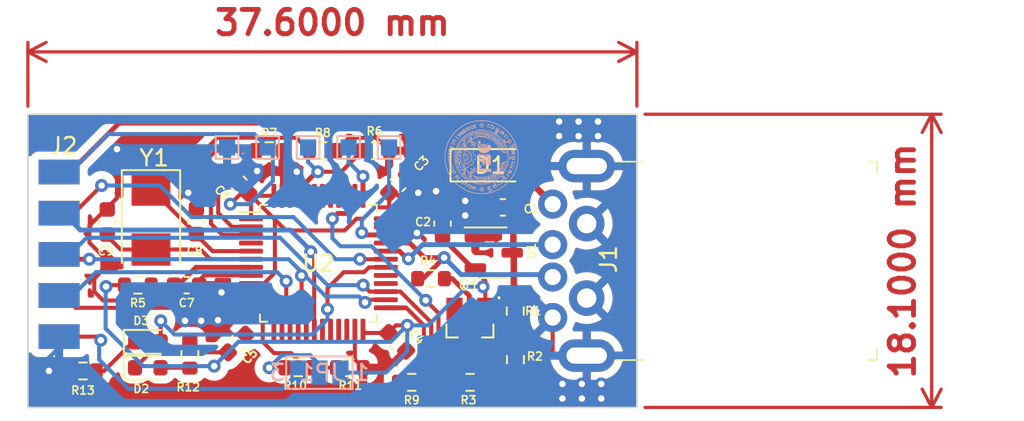
<source format=kicad_pcb>
(kicad_pcb (version 20221018) (generator pcbnew)
  (layers (0 "F.Cu" signal) (31 "B.Cu" signal) (34 "B.Paste" user) (35 "F.Paste" user) (36 "B.SilkS" user "B.Silkscreen") (37 "F.SilkS" user "F.Silkscreen") (38 "B.Mask" user) (39 "F.Mask" user) (44 "Edge.Cuts" user))
  (net 0 "")
  (net 1 "+5V")
  (net 2 "GND")
  (net 3 "+3V3")
  (net 4 "Net-(U2-NRST)")
  (net 5 "Net-(U2-PD0)")
  (net 6 "Net-(U2-PD1)")
  (net 7 "VBUS")
  (net 8 "LED")
  (net 9 "Net-(D2-A)")
  (net 10 "D+")
  (net 11 "D-")
  (net 12 "T_PWR")
  (net 13 "T_CLK")
  (net 14 "T_DIO")
  (net 15 "T_SWO")
  (net 16 "T_RST")
  (net 17 "T_TX")
  (net 18 "T_RX")
  (net 19 "Net-(JP1-C)")
  (net 20 "Net-(Q1-E)")
  (net 21 "Net-(Q1-B)")
  (net 22 "RENUM")
  (net 23 "BOOT0")
  (net 24 "Net-(U2-PC13)")
  (net 25 "Net-(U2-PC14)")
  (net 26 "Net-(U2-PB12)")
  (net 27 "Net-(U2-PA0)")
  (net 39 "DIO")
  (net 40 "CLK")
  (net 48 "Net-(D3-K)")
  (footprint "Resistor_SMD:R_0603_1608Metric" (layer "F.Cu") (at 158.675 80.5)
    (fp_text reference "R6")
    (fp_text value "100k" hide)
  )
  (footprint "USB_male:USB_Male_A_UP2-AH-1-TH" (layer "F.Cu") (at 171.7 87.3 90)
    (fp_text reference "J1")
    (fp_text value "USB_A" hide)
  )
  (footprint "Resistor_SMD:R_0603_1608Metric" (layer "F.Cu") (at 147.2 93.1 -90)
    (fp_text reference "R12")
    (fp_text value "220R" hide)
  )
  (footprint "LED_SMD:LED_0603_1608Metric" (layer "F.Cu") (at 144.6125 92.3)
    (fp_text reference "D3")
    (fp_text value "Red" hide)
  )
  (footprint "Capacitor_SMD:C_0603_1608Metric" (layer "F.Cu") (at 150.251992 82.551992 135)
    (fp_text reference "C6")
    (fp_text value "100nF" hide)
  )
  (footprint "Capacitor_SMD:C_0603_1608Metric" (layer "F.Cu") (at 160.051992 82.548008 45)
    (fp_text reference "C3")
    (fp_text value "100nF" hide)
  )
  (footprint "Resistor_SMD:R_0603_1608Metric" (layer "F.Cu") (at 140.6 94.1 180)
    (fp_text reference "R13")
    (fp_text value "220R" hide)
  )
  (footprint "Resistor_SMD:R_0603_1608Metric" (layer "F.Cu") (at 162.09 88.4 180)
    (fp_text reference "R4")
    (fp_text value "1k5" hide)
  )
  (footprint "Resistor_SMD:R_0603_1608Metric" (layer "F.Cu") (at 167.3 93.4 -90)
    (fp_text reference "R2")
    (fp_text value "39k" hide)
  )
  (footprint "Crystal:Crystal_SMD_5032-2Pin_5.0x3.2mm" (layer "F.Cu") (at 144.8 84.75 -90)
    (fp_text reference "Y1")
    (fp_text value "8Mhz" hide)
  )
  (footprint "Resistor_SMD:R_0603_1608Metric" (layer "F.Cu") (at 164.5 94.8 180)
    (fp_text reference "R3")
    (fp_text value "100R" hide)
  )
  (footprint "Resistor_SMD:R_0603_1608Metric" (layer "F.Cu") (at 153.89 93.9)
    (fp_text reference "R10")
    (fp_text value "4K7" hide)
  )
  (footprint "Capacitor_SMD:C_0603_1608Metric" (layer "F.Cu") (at 147 88.8)
    (fp_text reference "C7")
    (fp_text value "100nF" hide)
  )
  (footprint "Capacitor_SMD:C_0603_1608Metric" (layer "F.Cu") (at 142.1 84.9 90)
    (fp_text reference "C9")
    (fp_text value "20pF" hide)
  )
  (footprint "Diode_SMD:D_SOD-123" (layer "F.Cu") (at 165.65 81.4)
    (fp_text reference "D1")
    (fp_text value "D_Schottky" hide)
  )
  (footprint "Resistor_SMD:R_0603_1608Metric" (layer "F.Cu") (at 160.9 94.8 180)
    (fp_text reference "R9")
    (fp_text value "100R" hide)
  )
  (footprint "Resistor_SMD:R_0603_1608Metric" (layer "F.Cu") (at 167.29 90.4 -90)
    (fp_text reference "R1")
    (fp_text value "10k" hide)
  )
  (footprint "Capacitor_SMD:C_0603_1608Metric" (layer "F.Cu") (at 166.525 84 180)
    (fp_text reference "C1")
    (fp_text value "10uF" hide)
  )
  (footprint "Capacitor_SMD:C_0603_1608Metric" (layer "F.Cu") (at 160 92.3 -45)
    (fp_text reference "C4")
    (fp_text value "100nF" hide)
  )
  (footprint "Resistor_SMD:R_0603_1608Metric" (layer "F.Cu") (at 157.075 93.9)
    (fp_text reference "R11")
    (fp_text value "4K7" hide)
  )
  (footprint "S9013:SOT95P240X120-3N" (layer "F.Cu") (at 164.49 91.38 180)
    (fp_text reference "Q1")
    (fp_text value "S9013" hide)
  )
  (footprint "IDC_EDGE:IDC_EDGE" (layer "F.Cu") (at 137.855 86.9 180)
    (fp_text reference "J2")
    (fp_text value "Conn_02x05_Odd_Even" hide)
  )
  (footprint "Resistor_SMD:R_0603_1608Metric" (layer "F.Cu") (at 143.99 88.8)
    (fp_text reference "R5")
    (fp_text value "100k" hide)
  )
  (footprint "Resistor_SMD:R_0603_1608Metric" (layer "F.Cu") (at 152.1 80.5)
    (fp_text reference "R7")
    (fp_text value "10K" hide)
  )
  (footprint "Package_QFP:LQFP-48_7x7mm_P0.5mm" (layer "F.Cu") (at 155.1375 87.45)
    (fp_text reference "U2")
    (fp_text value "STM32F103CBTx" hide)
  )
  (footprint "Package_TO_SOT_SMD:SOT-23-3" (layer "F.Cu") (at 165.9625 86.8)
    (fp_text reference "U1")
    (fp_text value "XC6206P332MR" hide)
  )
  (footprint "Resistor_SMD:R_0603_1608Metric" (layer "F.Cu") (at 155.4 80.5)
    (fp_text reference "R8")
    (fp_text value "DNP" hide)
  )
  (footprint "Capacitor_SMD:C_0603_1608Metric" (layer "F.Cu") (at 162.8 85 90)
    (fp_text reference "C2")
    (fp_text value "10uF" hide)
  )
  (footprint "Capacitor_SMD:C_0603_1608Metric" (layer "F.Cu") (at 150.1 92.4 45)
    (fp_text reference "C5")
    (fp_text value "100nF" hide)
  )
  (footprint "LED_SMD:LED_0603_1608Metric" (layer "F.Cu") (at 144.6 93.9)
    (fp_text reference "D2")
    (fp_text value "Blue" hide)
  )
  (footprint "Capacitor_SMD:C_0603_1608Metric" (layer "F.Cu") (at 147.6 84.875 90)
    (fp_text reference "C8")
    (fp_text value "20pF" hide)
  )
  (footprint "TestPoint:TestPoint_Pad_1.0x1.0mm" (layer "B.Cu") (at 149.5 80.3 90)
    (fp_text reference "TP5" hide)
    (fp_text value "TestPoint" hide)
  )
  (footprint "TestPoint:TestPoint_Pad_1.0x1.0mm" (layer "B.Cu") (at 157 80.3 90)
    (fp_text reference "TP3" hide)
    (fp_text value "TestPoint" hide)
  )
  (footprint "Jumper:SolderJumper-3_P1.3mm_Open_Pad1.0x1.5mm_NumberLabels" (layer "B.Cu") (at 155.2 94.2 180)
    (fp_text reference "JP1")
    (fp_text value "SolderJumper_3_Bridged12" hide)
  )
  (footprint "TestPoint:TestPoint_Pad_1.0x1.0mm" (layer "B.Cu") (at 154.5 80.3 90)
    (fp_text reference "TP4" hide)
    (fp_text value "TestPoint" hide)
  )
  (footprint "TestPoint:TestPoint_Pad_1.0x1.0mm" (layer "B.Cu") (at 159.5 80.3 90)
    (fp_text reference "TP2" hide)
    (fp_text value "TestPoint" hide)
  )
  (footprint "ITC:logo_itc" (layer "B.Cu") (at 165.2 80.9 90)
    (fp_text reference "G***" hide)
    (fp_text value "LOGO" hide)
  )
  (footprint "TestPoint:TestPoint_Pad_1.0x1.0mm" (layer "B.Cu") (at 152 80.3 180)
    (fp_text reference "TP1" hide)
    (fp_text value "TestPoint" hide)
  )
  (gr_rect (start 137.2 78.25) (end 174.8 96.35) (stroke (width 0.1)) (fill none) (layer "Edge.Cuts"))
  (dimension (type aligned) (layer "F.Cu") (pts (xy 174.8 78.25) (xy 174.8 96.35)) (height -18.2) (gr_text "18.1000 mm" (at 191.2 87.3 90) (layer "F.Cu") (effects (font (size 1.5 1.5) (thickness 0.3)))) (format (prefix "") (suffix "") (units 3) (units_format 1) (precision 4)) (style (thickness 0.2) (arrow_length 1.27) (text_position_mode 0) (extension_height 0.58642) (extension_offset 0.5) keep_text_aligned))
  (dimension (type aligned) (layer "F.Cu") (pts (xy 174.8 78.25) (xy 137.2 78.25)) (height 3.85) (gr_text "37.6000 mm" (at 156 72.6) (layer "F.Cu") (effects (font (size 1.5 1.5) (thickness 0.3)))) (format (prefix "") (suffix "") (units 3) (units_format 1) (precision 4)) (style (thickness 0.2) (arrow_length 1.27) (text_position_mode 0) (extension_height 0.58642) (extension_offset 0.5) keep_text_aligned))
  (segment (start 167.175 83.475) (end 167.175 86.5625) (width 0.4) (layer "F.Cu") (net 1))
  (segment (start 167.175 86.5625) (end 167.1 86.6375) (width 0.4) (layer "F.Cu") (net 1))
  (segment (start 164 81.55) (end 164 82.5) (width 0.4) (layer "F.Cu") (net 1))
  (segment (start 167.1 86.8) (end 167.2 86.9) (width 0.4) (layer "F.Cu") (net 1))
  (segment (start 164 82.5) (end 164.4 82.9) (width 0.4) (layer "F.Cu") (net 1))
  (segment (start 142.82 78.8) (end 139.6 82.02) (width 0.3) (layer "F.Cu") (net 1))
  (segment (start 167.2 89.35) (end 167.3 89.45) (width 0.4) (layer "F.Cu") (net 1))
  (segment (start 167.2 86.9) (end 167.2 89.35) (width 0.4) (layer "F.Cu") (net 1))
  (segment (start 166.6 82.9) (end 167.175 83.475) (width 0.4) (layer "F.Cu") (net 1))
  (segment (start 164.4 82.9) (end 166.6 82.9) (width 0.4) (layer "F.Cu") (net 1))
  (segment (start 164 81.4) (end 161.4 78.8) (width 0.3) (layer "F.Cu") (net 1))
  (segment (start 161.4 78.8) (end 142.82 78.8) (width 0.3) (layer "F.Cu") (net 1))
  (segment (start 141 86.180193) (end 141 85.125) (width 0.25) (layer "F.Cu") (net 2))
  (segment (start 140.09 94.1) (end 138.5 94.1) (width 0.25) (layer "F.Cu") (net 2))
  (segment (start 152.8875 80.5375) (end 152.925 80.5) (width 0.25) (layer "F.Cu") (net 2))
  (segment (start 157.025 79.7) (end 156.225 80.5) (width 0.25) (layer "F.Cu") (net 2))
  (segment (start 141.85 89.75) (end 141.3 89.2) (width 0.25) (layer "F.Cu") (net 2))
  (segment (start 151.35 81.75) (end 151.096016 82.003984) (width 0.25) (layer "F.Cu") (net 2))
  (segment (start 157.3875 93.3875) (end 157.9 93.9) (width 0.25) (layer "F.Cu") (net 2))
  (segment (start 142.7 83.425) (end 142.7 80.4) (width 0.25) (layer "F.Cu") (net 2))
  (segment (start 151.096016 82.003984) (end 149.703984 82.003984) (width 0.25) (layer "F.Cu") (net 2))
  (segment (start 149.15 89.25) (end 148.65 89.75) (width 0.25) (layer "F.Cu") (net 2))
  (segment (start 149.826492 91.851992) (end 150.648008 91.851992) (width 0.25) (layer "F.Cu") (net 2))
  (segment (start 159.5 80.5) (end 158.7 79.7) (width 0.25) (layer "F.Cu") (net 2))
  (segment (start 147.48 88.8) (end 148.08 88.2) (width 0.25) (layer "F.Cu") (net 2))
  (segment (start 141.8 86.980193) (end 141 86.180193) (width 0.25) (layer "F.Cu") (net 2))
  (segment (start 160.83937 85.2) (end 159.3 85.2) (width 0.25) (layer "F.Cu") (net 2))
  (segment (start 141.8 87.894807) (end 141.8 86.980193) (width 0.25) (layer "F.Cu") (net 2))
  (segment (start 141.3 89.2) (end 141.3 88.394807) (width 0.25) (layer "F.Cu") (net 2))
  (segment (start 158.7 79.7) (end 157.025 79.7) (width 0.25) (layer "F.Cu") (net 2))
  (segment (start 147.1 83.1) (end 147.6 83.6) (width 0.25) (layer "F.Cu") (net 2))
  (segment (start 152.8875 83.2875) (end 152.8875 80.5375) (width 0.25) (layer "F.Cu") (net 2))
  (segment (start 169.6 93.1) (end 169.6 90.9) (width 0.25) (layer "F.Cu") (net 2))
  (segment (start 141 85.125) (end 142.7 83.425) (width 0.25) (layer "F.Cu") (net 2))
  (segment (start 147.6 83.6) (end 147.6 84.2) (width 0.25) (layer "F.Cu") (net 2))
  (segment (start 157.3875 91.6125) (end 157.3875 93.3875) (width 0.25) (layer "F.Cu") (net 2))
  (segment (start 148.08 88.2) (end 150.975 88.2) (width 0.25) (layer "F.Cu") (net 2))
  (segment (start 159.496016 93.9) (end 157.9 93.9) (width 0.25) (layer "F.Cu") (net 2))
  (segment (start 160.548008 92.848008) (end 159.496016 93.9) (width 0.25) (layer "F.Cu") (net 2))
  (segment (start 148.65 89.75) (end 141.85 89.75) (width 0.25) (layer "F.Cu") (net 2))
  (segment (start 148.7 88.8) (end 147.48 88.8) (width 0.25) (layer "F.Cu") (net 2))
  (segment (start 168.475 94.225) (end 169.6 93.1) (width 0.25) (layer "F.Cu") (net 2))
  (segment (start 141.3 88.394807) (end 141.8 87.894807) (width 0.25) (layer "F.Cu") (net 2))
  (segment (start 161.215748 85.576378) (end 160.83937 85.2) (width 0.25) (layer "F.Cu") (net 2))
  (segment (start 167.3 94.225) (end 168.475 94.225) (width 0.25) (layer "F.Cu") (net 2))
  (segment (start 148.93725 90.96275) (end 149.826492 91.851992) (width 0.25) (layer "F.Cu") (net 2))
  (segment (start 149.15 89.25) (end 148.7 88.8) (width 0.25) (layer "F.Cu") (net 2))
  (via (at 138.5 94.1) (size 0.8) (drill 0.4) (layers "F.Cu" "B.Cu") (net 2))
  (via (at 171.4 94.9) (size 0.8) (drill 0.4) (layers "F.Cu" "B.Cu") (net 2))
  (via (at 147.1 83.1) (size 0.8) (drill 0.4) (layers "F.Cu" "B.Cu") (net 2))
  (via (at 172.6 94.9) (size 0.8) (drill 0.4) (layers "F.Cu" "B.Cu") (net 2))
  (via (at 153.8 81.8) (size 0.8) (drill 0.4) (layers "F.Cu" "B.Cu") (net 2))
  (via (at 170.2 94.9) (size 0.8) (drill 0.4) (layers "F.Cu" "B.Cu") (net 2))
  (via (at 164.2 83.6) (size 0.8) (drill 0.4) (layers "F.Cu" "B.Cu") (net 2))
  (via (at 172.4 79.6) (size 0.8) (drill 0.4) (layers "F.Cu" "B.Cu") (net 2))
  (via (at 164.2 84.5) (size 0.8) (drill 0.4) (layers "F.Cu" "B.Cu") (net 2))
  (via (at 161.3 83.1) (size 0.8) (drill 0.4) (layers "F.Cu" "B.Cu") (net 2))
  (via (at 151.35 81.75) (size 0.8) (drill 0.4) (layers "F.Cu" "B.Cu") (net 2))
  (via (at 142.7 80.4) (size 0.8) (drill 0.4) (layers "F.Cu" "B.Cu") (net 2))
  (via (at 170.2 95.8) (size 0.8) (drill 0.4) (layers "F.Cu" "B.Cu") (net 2))
  (via (at 148.93725 90.96275) (size 0.8) (drill 0.4) (layers "F.Cu" "B.Cu") (net 2))
  (via (at 149.15 89.25) (size 0.8) (drill 0.4) (layers "F.Cu" "B.Cu") (net 2))
  (via (at 172.6 95.8) (size 0.8) (drill 0.4) (layers "F.Cu" "B.Cu") (net 2))
  (via (at 146.9 91) (size 0.8) (drill 0.4) (layers "F.Cu" "B.Cu") (net 2))
  (via (at 147.9 91) (size 0.8) (drill 0.4) (layers "F.Cu" "B.Cu") (net 2))
  (via (at 171.4 95.8) (size 0.8) (drill 0.4) (layers "F.Cu" "B.Cu") (net 2))
  (via (at 162.4 83) (size 0.8) (drill 0.4) (layers "F.Cu" "B.Cu") (net 2))
  (via (at 161.215748 85.576378) (size 0.8) (drill 0.4) (layers "F.Cu" "B.Cu") (net 2))
  (via (at 170 78.7) (size 0.8) (drill 0.4) (layers "F.Cu" "B.Cu") (net 2))
  (via (at 172.4 78.7) (size 0.8) (drill 0.4) (layers "F.Cu" "B.Cu") (net 2))
  (via (at 171.2 78.7) (size 0.8) (drill 0.4) (layers "F.Cu" "B.Cu") (net 2))
  (via (at 170 79.6) (size 0.8) (drill 0.4) (layers "F.Cu" "B.Cu") (net 2))
  (via (at 171.2 79.6) (size 0.8) (drill 0.4) (layers "F.Cu" "B.Cu") (net 2))
  (segment (start 138.5 93.28) (end 139.6 92.18) (width 0.25) (layer "B.Cu") (net 2))
  (segment (start 148.7 89.7) (end 149.15 89.25) (width 0.25) (layer "B.Cu") (net 2))
  (segment (start 148.93725 90.96275) (end 148.7 90.7255) (width 0.25) (layer "B.Cu") (net 2))
  (segment (start 138.5 94.1) (end 138.5 93.28) (width 0.25) (layer "B.Cu") (net 2))
  (segment (start 149.9 80.3) (end 149.5 80.3) (width 0.25) (layer "B.Cu") (net 2))
  (segment (start 151.35 81.75) (end 149.9 80.3) (width 0.25) (layer "B.Cu") (net 2))
  (segment (start 148.7 90.7255) (end 148.7 89.7) (width 0.25) (layer "B.Cu") (net 2))
  (segment (start 162.578984 85.775) (end 159.9 83.096016) (width 0.25) (layer "F.Cu") (net 3))
  (segment (start 159.503984 84) (end 158.6 84) (width 0.25) (layer "F.Cu") (net 3))
  (segment (start 159.503984 83.096016) (end 159.503984 84) (width 0.25) (layer "F.Cu") (net 3))
  (segment (start 156.760293 85.425) (end 153.125 85.425) (width 0.25) (layer "F.Cu") (net 3))
  (segment (start 152.45 84.75) (end 150.8 83.1) (width 0.25) (layer "F.Cu") (net 3))
  (segment (start 152.45 88.028185) (end 152.45 84.75) (width 0.25) (layer "F.Cu") (net 3))
  (segment (start 150.9875 83.2875) (end 150.8 83.1) (width 0.25) (layer "F.Cu") (net 3))
  (segment (start 150.975 83.275) (end 150.8 83.1) (width 0.25) (layer "F.Cu") (net 3))
  (segment (start 159.9 83.096016) (end 159.503984 83.096016) (width 0.25) (layer "F.Cu") (net 3))
  (segment (start 165.44 90.28) (end 165.44 88.5275) (width 0.25) (layer "F.Cu") (net 3))
  (segment (start 150.975 84.7) (end 150.975 83.275) (width 0.25) (layer "F.Cu") (net 3))
  (segment (start 142.112201 88.8) (end 143.48 88.8) (width 0.25) (layer "F.Cu") (net 3))
  (segment (start 151.778185 88.7) (end 152.45 88.028185) (width 0.25) (layer "F.Cu") (net 3))
  (segment (start 159.503984 84) (end 159.503984 84.496016) (width 0.25) (layer "F.Cu") (net 3))
  (segment (start 158.6 84) (end 157.9 84.7) (width 0.25) (layer "F.Cu") (net 3))
  (segment (start 159.923487 91.280497) (end 159.451992 91.751992) (width 0.25) (layer "F.Cu") (net 3))
  (segment (start 149.551992 92.948008) (end 147.873008 92.948008) (width 0.25) (layer "F.Cu") (net 3))
  (segment (start 147.873008 92.948008) (end 147.2 92.275) (width 0.25) (layer "F.Cu") (net 3))
  (segment (start 164.65 87.75) (end 162.8 85.9) (width 0.3) (layer "F.Cu") (net 3))
  (segment (start 150.975 88.7) (end 151.778185 88.7) (width 0.25) (layer "F.Cu") (net 3))
  (segment (start 152.3875 83.2875) (end 150.9875 83.2875) (width 0.25) (layer "F.Cu") (net 3))
  (segment (start 160.619503 91.280497) (end 159.923487 91.280497) (width 0.25) (layer "F.Cu") (net 3))
  (segment (start 148.7 93.8) (end 149.551992 92.948008) (width 0.25) (layer "F.Cu") (net 3))
  (segment (start 159.451992 91.751992) (end 158.026992 91.751992) (width 0.25) (layer "F.Cu") (net 3))
  (segment (start 150.4 83.1) (end 149.7 83.8) (width 0.25) (layer "F.Cu") (net 3))
  (segment (start 157.485293 84.7) (end 156.760293 85.425) (width 0.25) (layer "F.Cu") (net 3))
  (segment (start 153.125 85.425) (end 152.45 84.75) (width 0.25) (layer "F.Cu") (net 3))
  (segment (start 142.0245 88.887701) (end 142.112201 88.8) (width 0.25) (layer "F.Cu") (net 3))
  (segment (start 162.8 85.775) (end 162.578984 85.775) (width 0.25) (layer "F.Cu") (net 3))
  (segment (start 159.503984 84.496016) (end 159.3 84.7) (width 0.25) (layer "F.Cu") (net 3))
  (segment (start 157.9 84.7) (end 157.485293 84.7) (width 0.25) (layer "F.Cu") (net 3))
  (segment (start 162.8 85.9) (end 162.8 85.775) (width 0.3) (layer "F.Cu") (net 3))
  (segment (start 158.026992 91.751992) (end 157.8875 91.6125) (width 0.25) (layer "F.Cu") (net 3))
  (segment (start 165.44 88.5275) (end 164.6625 87.75) (width 0.25) (layer "F.Cu") (net 3))
  (segment (start 150.8 83.1) (end 150.4 83.1) (width 0.25) (layer "F.Cu") (net 3))
  (via (at 148.7 93.8) (size 0.8) (drill 0.4) (layers "F.Cu" "B.Cu") (net 3))
  (via (at 142.0245 88.887701) (size 0.8) (drill 0.4) (layers "F.Cu" "B.Cu") (net 3))
  (via (at 160.619503 91.280497) (size 0.8) (drill 0.4) (layers "F.Cu" "B.Cu") (net 3))
  (via (at 149.7 83.8) (size 0.8) (drill 0.4) (layers "F.Cu" "B.Cu") (net 3))
  (via (at 165.3 88.9) (size 0.8) (drill 0.4) (layers "F.Cu" "B.Cu") (net 3))
  (segment (start 148.7 93.8) (end 150.2 92.3) (width 0.25) (layer "B.Cu") (net 3))
  (segment (start 151.175 79.475) (end 142.145 79.475) (width 0.25) (layer "B.Cu") (net 3))
  (segment (start 142.145 79.475) (end 139.6 82.02) (width 0.25) (layer "B.Cu") (net 3))
  (segment (start 160.619503 92.880497) (end 159.3 94.2) (width 0.25) (layer "B.Cu") (net 3))
  (segment (start 160.619503 91.280497) (end 161.919503 91.280497) (width 0.25) (layer "B.Cu") (net 3))
  (segment (start 152 80.3) (end 152.325 80.625) (width 0.25) (layer "B.Cu") (net 3))
  (segment (start 150.2 92.3) (end 159.6 92.3) (width 0.25) (layer "B.Cu") (net 3))
  (segment (start 142 91.474695) (end 144.325305 93.8) (width 0.25) (layer "B.Cu") (net 3))
  (segment (start 161.919503 91.280497) (end 164.3 88.9) (width 0.25) (layer "B.Cu") (net 3))
  (segment (start 152.325 82.375) (end 150.9 83.8) (width 0.25) (layer "B.Cu") (net 3))
  (segment (start 149.5 83.6) (end 149.7 83.8) (width 0.25) (layer "B.Cu") (net 3))
  (segment (start 159.6 92.3) (end 160.619503 91.280497) (width 0.25) (layer "B.Cu") (net 3))
  (segment (start 142.0245 88.887701) (end 142 88.912201) (width 0.25) (layer "B.Cu") (net 3))
  (segment (start 150.9 83.8) (end 149.7 83.8) (width 0.25) (layer "B.Cu") (net 3))
  (segment (start 159.3 94.2) (end 156.5 94.2) (width 0.25) (layer "B.Cu") (net 3))
  (segment (start 142 88.912201) (end 142 91.474695) (width 0.25) (layer "B.Cu") (net 3))
  (segment (start 164.3 88.9) (end 165.3 88.9) (width 0.25) (layer "B.Cu") (net 3))
  (segment (start 140.42 81.2) (end 139.6 82.02) (width 0.25) (layer "B.Cu") (net 3))
  (segment (start 152 80.3) (end 151.175 79.475) (width 0.25) (layer "B.Cu") (net 3))
  (segment (start 152.325 80.625) (end 152.325 82.375) (width 0.25) (layer "B.Cu") (net 3))
  (segment (start 144.325305 93.8) (end 148.7 93.8) (width 0.25) (layer "B.Cu") (net 3))
  (segment (start 160.619503 91.280497) (end 160.619503 92.880497) (width 0.25) (layer "B.Cu") (net 3))
  (segment (start 146.52 88.757035) (end 147.577035 87.7) (width 0.3) (layer "F.Cu") (net 4))
  (segment (start 147.577035 87.7) (end 150.975 87.7) (width 0.3) (layer "F.Cu") (net 4))
  (segment (start 146.52 88.8) (end 144.5 88.8) (width 0.25) (layer "F.Cu") (net 4))
  (segment (start 146.52 88.8) (end 146.52 88.757035) (width 0.3) (layer "F.Cu") (net 4))
  (segment (start 145.3 83.05) (end 145.3 83.4) (width 0.25) (layer "F.Cu") (net 5))
  (segment (start 148.6 86.7) (end 147.6 85.7) (width 0.25) (layer "F.Cu") (net 5))
  (segment (start 144.8 83.05) (end 145 83.05) (width 0.25) (layer "F.Cu") (net 5))
  (segment (start 148.6 86.7) (end 150.975 86.7) (width 0.25) (layer "F.Cu") (net 5))
  (segment (start 145 83.05) (end 147.6 85.65) (width 0.25) (layer "F.Cu") (net 5))
  (segment (start 147.863604 86.6) (end 148.463604 87.2) (width 0.25) (layer "F.Cu") (net 6))
  (segment (start 145.15 86.6) (end 142.925 86.6) (width 0.25) (layer "F.Cu") (net 6))
  (segment (start 148.463604 87.2) (end 150.975 87.2) (width 0.25) (layer "F.Cu") (net 6))
  (segment (start 142.925 86.6) (end 142 85.675) (width 0.25) (layer "F.Cu") (net 6))
  (segment (start 144.8 86.6) (end 147.863604 86.6) (width 0.25) (layer "F.Cu") (net 6))
  (segment (start 169.6 83.8) (end 169.6 83.85) (width 0.4) (layer "F.Cu") (net 7))
  (segment (start 167.2 81.4) (end 169.6 83.8) (width 0.4) (layer "F.Cu") (net 7))
  (segment (start 167.15 81.4) (end 167.2 81.4) (width 0.4) (layer "F.Cu") (net 7))
  (segment (start 145.4 92.3) (end 145.4 91) (width 0.25) (layer "F.Cu") (net 8))
  (segment (start 145.4 92.3125) (end 143.9125 93.8) (width 0.25) (layer "F.Cu") (net 8))
  (segment (start 156.7 88) (end 157.960661 88) (width 0.25) (layer "F.Cu") (net 8))
  (segment (start 155.69747 90.28538) (end 155.69747 89.00253) (width 0.25) (layer "F.Cu") (net 8))
  (segment (start 158.260661 87.7) (end 159.3 87.7) (width 0.25) (layer "F.Cu") (net 8))
  (segment (start 155.69747 89.00253) (end 156.7 88) (width 0.25) (layer "F.Cu") (net 8))
  (segment (start 157.960661 88) (end 158.260661 87.7) (width 0.25) (layer "F.Cu") (net 8))
  (segment (start 143.9125 93.8) (end 143.8125 93.8) (width 0.25) (layer "F.Cu") (net 8))
  (via (at 155.69747 90.28538) (size 0.8) (drill 0.4) (layers "F.Cu" "B.Cu") (net 8))
  (via (at 145.4 91) (size 0.8) (drill 0.4) (layers "F.Cu" "B.Cu") (net 8))
  (segment (start 155.69747 90.90253) (end 154.75 91.85) (width 0.25) (layer "B.Cu") (net 8))
  (segment (start 154.75 91.85) (end 146.25 91.85) (width 0.25) (layer "B.Cu") (net 8))
  (segment (start 155.69747 90.28538) (end 155.69747 90.90253) (width 0.25) (layer "B.Cu") (net 8))
  (segment (start 146.25 91.85) (end 145.4 91) (width 0.25) (layer "B.Cu") (net 8))
  (segment (start 145.3875 93.9) (end 147.175 93.9) (width 0.25) (layer "F.Cu") (net 9))
  (segment (start 147.175 93.9) (end 147.2 93.925) (width 0.25) (layer "F.Cu") (net 9))
  (segment (start 160.778709 86.2) (end 159.3 86.2) (width 0.3) (layer "F.Cu") (net 10))
  (segment (start 161.6 88.4) (end 161.265 88.4) (width 0.3) (layer "F.Cu") (net 10))
  (segment (start 161.678709 87.1) (end 160.778709 86.2) (width 0.3) (layer "F.Cu") (net 10))
  (segment (start 162.9 87.1) (end 161.6 88.4) (width 0.3) (layer "F.Cu") (net 10))
  (segment (start 162.9 87.1) (end 161.678709 87.1) (width 0.3) (layer "F.Cu") (net 10))
  (via (at 162.9 87.1) (size 0.8) (drill 0.4) (layers "F.Cu" "B.Cu") (net 10))
  (segment (start 169.85 88.55) (end 169.85 88.6) (width 0.3) (layer "B.Cu") (net 10))
  (segment (start 163.95 88.15) (end 169.45 88.15) (width 0.3) (layer "B.Cu") (net 10))
  (segment (start 162.9 87.1) (end 163.95 88.15) (width 0.3) (layer "B.Cu") (net 10))
  (segment (start 169.45 88.15) (end 169.85 88.55) (width 0.3) (layer "B.Cu") (net 10))
  (segment (start 159.3 86.7) (end 160.138541 86.7) (width 0.3) (layer "F.Cu") (net 11))
  (segment (start 160.138541 86.7) (end 160.785977 87.347436) (width 0.3) (layer "F.Cu") (net 11))
  (via (at 160.695091 87.176336) (size 0.8) (drill 0.4) (layers "F.Cu" "B.Cu") (net 11))
  (segment (start 169.5 86.3) (end 169.6 86.4) (width 0.3) (layer "B.Cu") (net 11))
  (segment (start 161.571427 86.3) (end 169.5 86.3) (width 0.3) (layer "B.Cu") (net 11))
  (segment (start 160.695091 87.176336) (end 161.571427 86.3) (width 0.3) (layer "B.Cu") (net 11))
  (segment (start 141.7 92.2) (end 141.48 91.98) (width 0.25) (layer "F.Cu") (net 12))
  (segment (start 141.48 91.98) (end 139.8 91.98) (width 0.25) (layer "F.Cu") (net 12))
  (via (at 141.7 92.2) (size 0.8) (drill 0.4) (layers "F.Cu" "B.Cu") (net 12))
  (segment (start 152.9 95.2) (end 143.4 95.2) (width 0.25) (layer "B.Cu") (net 12))
  (segment (start 141.6 92.3) (end 141.7 92.2) (width 0.25) (layer "B.Cu") (net 12))
  (segment (start 143.4 95.2) (end 141.6 93.4) (width 0.25) (layer "B.Cu") (net 12))
  (segment (start 153.9 94.2) (end 152.9 95.2) (width 0.25) (layer "B.Cu") (net 12))
  (segment (start 141.6 93.4) (end 141.6 92.3) (width 0.25) (layer "B.Cu") (net 12))
  (segment (start 153.3875 90.809315) (end 153.3875 91.6125) (width 0.25) (layer "F.Cu") (net 13))
  (segment (start 154.087951 88.212549) (end 154.1 88.224598) (width 0.25) (layer "F.Cu") (net 13))
  (segment (start 154.1 88.224598) (end 154.1 90.096815) (width 0.25) (layer "F.Cu") (net 13))
  (segment (start 154.1 90.096815) (end 153.3875 90.809315) (width 0.25) (layer "F.Cu") (net 13))
  (segment (start 158.014712 89.86599) (end 158.180702 89.7) (width 0.25) (layer "F.Cu") (net 13))
  (segment (start 158.180702 89.7) (end 159.3 89.7) (width 0.25) (layer "F.Cu") (net 13))
  (segment (start 139.425 87.2) (end 139.125 86.9) (width 0.3) (layer "F.Cu") (net 13))
  (segment (start 140.994502 87.2) (end 139.425 87.2) (width 0.3) (layer "F.Cu") (net 13))
  (via (at 154.087951 88.212549) (size 0.8) (drill 0.4) (layers "F.Cu" "B.Cu") (net 13))
  (via (at 158.014712 89.86599) (size 0.8) (drill 0.4) (layers "F.Cu" "B.Cu") (net 13))
  (via (at 140.994502 87.2) (size 0.8) (drill 0.4) (layers "F.Cu" "B.Cu") (net 13))
  (segment (start 154.087951 87.987951) (end 153.5 87.4) (width 0.25) (layer "B.Cu") (net 13))
  (segment (start 153.3 87.2) (end 153.5 87.4) (width 0.25) (layer "B.Cu") (net 13))
  (segment (start 157.648722 89.5) (end 158.014712 89.86599) (width 0.25) (layer "B.Cu") (net 13))
  (segment (start 140.994502 87.2) (end 153.3 87.2) (width 0.25) (layer "B.Cu") (net 13))
  (segment (start 154.087951 88.212549) (end 154.087951 87.987951) (width 0.25) (layer "B.Cu") (net 13))
  (segment (start 153.5 87.4) (end 155.6 89.5) (width 0.25) (layer "B.Cu") (net 13))
  (segment (start 155.6 89.5) (end 157.648722 89.5) (width 0.25) (layer "B.Cu") (net 13))
  (segment (start 160.2 89.2) (end 162.1 91.1) (width 0.25) (layer "F.Cu") (net 14))
  (segment (start 162.1 91.1) (end 162.1 94.425) (width 0.25) (layer "F.Cu") (net 14))
  (segment (start 159.3 89.2) (end 160.2 89.2) (width 0.25) (layer "F.Cu") (net 14))
  (segment (start 157.9 88.8) (end 158.3 89.2) (width 0.25) (layer "F.Cu") (net 14))
  (segment (start 158.3 89.2) (end 159.3 89.2) (width 0.25) (layer "F.Cu") (net 14))
  (segment (start 162.1 94.425) (end 161.725 94.8) (width 0.25) (layer "F.Cu") (net 14))
  (via (at 157.9 88.8) (size 0.8) (drill 0.4) (layers "F.Cu" "B.Cu") (net 14))
  (segment (start 155.7 88.8) (end 152.775 85.875) (width 0.25) (layer "B.Cu") (net 14))
  (segment (start 140.825 85.875) (end 139.6 87.1) (width 0.25) (layer "B.Cu") (net 14))
  (segment (start 152.775 85.875) (end 140.825 85.875) (width 0.25) (layer "B.Cu") (net 14))
  (segment (start 157.9 88.8) (end 155.7 88.8) (width 0.25) (layer "B.Cu") (net 14))
  (segment (start 139.84 84.56) (end 139.6 84.56) (width 0.25) (layer "F.Cu") (net 15))
  (segment (start 159.3 87.2) (end 157.7 87.2) (width 0.25) (layer "F.Cu") (net 15))
  (segment (start 141.75 82.65) (end 139.84 84.56) (width 0.25) (layer "F.Cu") (net 15))
  (via (at 141.75 82.65) (size 0.8) (drill 0.4) (layers "F.Cu" "B.Cu") (net 15))
  (via (at 157.7 87.2) (size 0.8) (drill 0.4) (layers "F.Cu" "B.Cu") (net 15))
  (segment (start 141.75 82.65) (end 145.35 82.65) (width 0.25) (layer "B.Cu") (net 15))
  (segment (start 153.6 84.6) (end 156.2 87.2) (width 0.25) (layer "B.Cu") (net 15))
  (segment (start 145.35 82.65) (end 147.3 84.6) (width 0.25) (layer "B.Cu") (net 15))
  (segment (start 147.3 84.6) (end 153.6 84.6) (width 0.25) (layer "B.Cu") (net 15))
  (segment (start 156.2 87.2) (end 157.7 87.2) (width 0.25) (layer "B.Cu") (net 15))
  (segment (start 154.875 86.950402) (end 154.662299 86.737701) (width 0.25) (layer "F.Cu") (net 16))
  (segment (start 154.875 91.6) (end 154.875 86.950402) (width 0.25) (layer "F.Cu") (net 16))
  (via (at 154.662299 86.737701) (size 0.8) (drill 0.4) (layers "F.Cu" "B.Cu") (net 16))
  (segment (start 154.662299 86.662299) (end 153.4 85.4) (width 0.3) (layer "B.Cu") (net 16))
  (segment (start 154.662299 86.737701) (end 154.662299 86.662299) (width 0.3) (layer "B.Cu") (net 16))
  (segment (start 153.4 85.4) (end 140.44 85.4) (width 0.3) (layer "B.Cu") (net 16))
  (segment (start 140.44 85.4) (end 139.6 84.56) (width 0.3) (layer "B.Cu") (net 16))
  (segment (start 140.16 90.2) (end 139.6 89.64) (width 0.25) (layer "F.Cu") (net 17))
  (segment (start 150.975 90.2) (end 140.16 90.2) (width 0.25) (layer "F.Cu") (net 17))
  (segment (start 152.3875 90.762437) (end 152.3875 91.6125) (width 0.25) (layer "F.Cu") (net 18))
  (segment (start 153.148979 90.000958) (end 152.3875 90.762437) (width 0.25) (layer "F.Cu") (net 18))
  (segment (start 153.148979 88.555094) (end 153.148979 90.000958) (width 0.25) (layer "F.Cu") (net 18))
  (via (at 153.148979 88.555094) (size 0.8) (drill 0.4) (layers "F.Cu" "B.Cu") (net 18))
  (segment (start 141.4 88) (end 139.76 89.64) (width 0.25) (layer "B.Cu") (net 18))
  (segment (start 139.76 89.64) (end 139.6 89.64) (width 0.25) (layer "B.Cu") (net 18))
  (segment (start 152.593885 88) (end 141.4 88) (width 0.25) (layer "B.Cu") (net 18))
  (segment (start 153.148979 88.555094) (end 152.593885 88) (width 0.25) (layer "B.Cu") (net 18))
  (segment (start 152.1 93.9) (end 153.38 93.9) (width 0.25) (layer "F.Cu") (net 19))
  (via (at 152.1 93.9) (size 0.8) (drill 0.4) (layers "F.Cu" "B.Cu") (net 19))
  (segment (start 154.625 93.125) (end 155.2 93.7) (width 0.25) (layer "B.Cu") (net 19))
  (segment (start 152.1 93.9) (end 152.875 93.125) (width 0.25) (layer "B.Cu") (net 19))
  (segment (start 155.2 93.7) (end 155.2 94.2) (width 0.25) (layer "B.Cu") (net 19))
  (segment (start 152.875 93.125) (end 154.625 93.125) (width 0.25) (layer "B.Cu") (net 19))
  (segment (start 164.3 92.45) (end 164.45 92.3) (width 0.3) (layer "F.Cu") (net 20))
  (segment (start 163.4 88.4) (end 162.915 88.4) (width 0.3) (layer "F.Cu") (net 20))
  (segment (start 164.45 89.45) (end 163.4 88.4) (width 0.3) (layer "F.Cu") (net 20))
  (segment (start 164.45 92.3) (end 164.45 89.45) (width 0.3) (layer "F.Cu") (net 20))
  (segment (start 165.325 93.475) (end 165.325 94.8) (width 0.25) (layer "F.Cu") (net 21))
  (segment (start 167.3 92.575) (end 166.225 92.575) (width 0.25) (layer "F.Cu") (net 21))
  (segment (start 167.3 91.235) (end 167.3 92.575) (width 0.25) (layer "F.Cu") (net 21))
  (segment (start 163.66 93.76) (end 165.325 93.76) (width 0.25) (layer "F.Cu") (net 21))
  (segment (start 163.23 93.33) (end 163.66 93.76) (width 0.25) (layer "F.Cu") (net 21))
  (segment (start 167.29 91.225) (end 167.3 91.235) (width 0.25) (layer "F.Cu") (net 21))
  (segment (start 166.225 92.575) (end 165.325 93.475) (width 0.25) (layer "F.Cu") (net 21))
  (segment (start 163.54 90.28) (end 163.23 90.59) (width 0.25) (layer "F.Cu") (net 21))
  (segment (start 163.23 90.59) (end 163.23 93.33) (width 0.25) (layer "F.Cu") (net 21))
  (segment (start 162.55 93.675) (end 163.675 94.8) (width 0.25) (layer "F.Cu") (net 22))
  (segment (start 156.325 84.375) (end 157.138541 84.375) (width 0.3) (layer "F.Cu") (net 22))
  (segment (start 162.55 90.525402) (end 162.55 93.675) (width 0.25) (layer "F.Cu") (net 22))
  (segment (start 161.762299 89.737701) (end 162.55 90.525402) (width 0.25) (layer "F.Cu") (net 22))
  (segment (start 157.138541 84.375) (end 157.3875 84.126041) (width 0.3) (layer "F.Cu") (net 22))
  (segment (start 157.3875 84.126041) (end 157.3875 83.2875) (width 0.3) (layer "F.Cu") (net 22))
  (segment (start 156 84.7) (end 156.325 84.375) (width 0.3) (layer "F.Cu") (net 22))
  (via (at 156 84.7) (size 0.8) (drill 0.4) (layers "F.Cu" "B.Cu") (net 22))
  (via (at 161.762299 89.737701) (size 0.8) (drill 0.4) (layers "F.Cu" "B.Cu") (net 22))
  (segment (start 158.424598 86.4) (end 156.5 86.4) (width 0.25) (layer "B.Cu") (net 22))
  (segment (start 161.762299 89.737701) (end 158.424598 86.4) (width 0.25) (layer "B.Cu") (net 22))
  (segment (start 156 85.9) (end 156 84.7) (width 0.25) (layer "B.Cu") (net 22))
  (segment (start 156.5 86.4) (end 156 85.9) (width 0.25) (layer "B.Cu") (net 22))
  (segment (start 155.1 81.8) (end 155.036459 81.8) (width 0.3) (layer "F.Cu") (net 23))
  (segment (start 154.3875 82.448959) (end 154.3875 83.2875) (width 0.3) (layer "F.Cu") (net 23))
  (segment (start 155.1 81.8) (end 156.55 81.8) (width 0.25) (layer "F.Cu") (net 23))
  (segment (start 156.55 81.8) (end 157.85 80.5) (width 0.25) (layer "F.Cu") (net 23))
  (segment (start 155.036459 81.8) (end 154.3875 82.448959) (width 0.3) (layer "F.Cu") (net 23))
  (via (at 155.1 81.8) (size 0.8) (drill 0.4) (layers "F.Cu" "B.Cu") (net 23))
  (segment (start 155.1 81.8) (end 154.5 81.2) (width 0.25) (layer "B.Cu") (net 23))
  (segment (start 154.5 81.2) (end 154.5 80.3) (width 0.25) (layer "B.Cu") (net 23))
  (segment (start 148.95 82.913604) (end 148.95 84.35) (width 0.25) (layer "F.Cu") (net 24))
  (segment (start 148.8 80.5) (end 148.35 80.95) (width 0.25) (layer "F.Cu") (net 24))
  (segment (start 151.275 80.5) (end 148.8 80.5) (width 0.25) (layer "F.Cu") (net 24))
  (segment (start 148.35 80.95) (end 148.35 82.313604) (width 0.25) (layer "F.Cu") (net 24))
  (segment (start 148.35 82.313604) (end 148.95 82.913604) (width 0.25) (layer "F.Cu") (net 24))
  (segment (start 149.8 85.2) (end 150.975 85.2) (width 0.25) (layer "F.Cu") (net 24))
  (segment (start 148.95 84.35) (end 149.8 85.2) (width 0.25) (layer "F.Cu") (net 24))
  (segment (start 148.5 83.1) (end 148.5 85) (width 0.25) (layer "F.Cu") (net 25))
  (segment (start 147.9 80.7) (end 147.9 82.5) (width 0.25) (layer "F.Cu") (net 25))
  (segment (start 148.5 85) (end 149.2 85.7) (width 0.25) (layer "F.Cu") (net 25))
  (segment (start 154.575 80.5) (end 153.775 79.7) (width 0.25) (layer "F.Cu") (net 25))
  (segment (start 149.2 85.7) (end 150.975 85.7) (width 0.25) (layer "F.Cu") (net 25))
  (segment (start 153.775 79.7) (end 148.9 79.7) (width 0.25) (layer "F.Cu") (net 25))
  (segment (start 147.9 82.5) (end 148.5 83.1) (width 0.25) (layer "F.Cu") (net 25))
  (segment (start 148.9 79.7) (end 147.9 80.7) (width 0.25) (layer "F.Cu") (net 25))
  (segment (start 160.563604 90.2) (end 161.65 91.286396) (width 0.25) (layer "F.Cu") (net 26))
  (segment (start 160.5 90.2) (end 160.563604 90.2) (width 0.25) (layer "F.Cu") (net 26))
  (segment (start 161.65 91.286396) (end 161.65 93.225) (width 0.25) (layer "F.Cu") (net 26))
  (segment (start 161.65 93.225) (end 160.075 94.8) (width 0.25) (layer "F.Cu") (net 26))
  (segment (start 160.5 90.2) (end 159.3 90.2) (width 0.3) (layer "F.Cu") (net 26))
  (segment (start 155.89 93.9) (end 154.350538 93.9) (width 0.25) (layer "F.Cu") (net 27))
  (segment (start 154.350538 93.9) (end 153.450538 93) (width 0.25) (layer "F.Cu") (net 27))
  (segment (start 153.450538 93) (end 152.4 93) (width 0.25) (layer "F.Cu") (net 27))
  (segment (start 152.4 93) (end 151.7 92.3) (width 0.25) (layer "F.Cu") (net 27))
  (segment (start 151.7 90.8) (end 152.2 90.3) (width 0.25) (layer "F.Cu") (net 27))
  (segment (start 152.2 90.3) (end 152.2 89.621815) (width 0.25) (layer "F.Cu") (net 27))
  (segment (start 151.7 92.3) (end 151.7 90.8) (width 0.25) (layer "F.Cu") (net 27))
  (segment (start 152.2 89.621815) (end 151.778185 89.2) (width 0.25) (layer "F.Cu") (net 27))
  (segment (start 151.778185 89.2) (end 150.975 89.2) (width 0.25) (layer "F.Cu") (net 27))
  (segment (start 157.957076 85.7) (end 157.814385 85.557309) (width 0.3) (layer "F.Cu") (net 39))
  (segment (start 159.3 85.7) (end 157.957076 85.7) (width 0.3) (layer "F.Cu") (net 39))
  (via (at 157.814385 85.557309) (size 0.8) (drill 0.4) (layers "F.Cu" "B.Cu") (net 39))
  (segment (start 159.5 83.1) (end 159.5 80.3) (width 0.25) (layer "B.Cu") (net 39))
  (segment (start 157.814385 84.785615) (end 159.5 83.1) (width 0.25) (layer "B.Cu") (net 39))
  (segment (start 157.814385 85.557309) (end 157.814385 84.785615) (width 0.25) (layer "B.Cu") (net 39))
  (segment (start 157.8875 82.0875) (end 157.8875 83.2875) (width 0.3) (layer "F.Cu") (net 40))
  (via (at 157.8875 82.0875) (size 0.8) (drill 0.4) (layers "F.Cu" "B.Cu") (net 40))
  (segment (start 157.8875 82.0875) (end 157 81.2) (width 0.25) (layer "B.Cu") (net 40))
  (segment (start 157 81.2) (end 157 80.3) (width 0.25) (layer "B.Cu") (net 40))
  (segment (start 141.9 94.1) (end 141.425 94.1) (width 0.25) (layer "F.Cu") (net 48))
  (segment (start 143.8 92.2) (end 141.9 94.1) (width 0.25) (layer "F.Cu") (net 48))
  (zone (net 2) (net_name "GND") (layers "F&B.Cu") (connect_pads (clearance 0.5)) (min_thickness 0.25) (fill yes (thermal_gap 0.5) (thermal_bridge_width 0.5) (smoothing fillet))
    (polygon (pts (xy 135.6 77.6) (xy 176.978758 77.599198) (xy 176.978758 97.199198) (xy 135.478758 97.199198)))
  )
)
</source>
